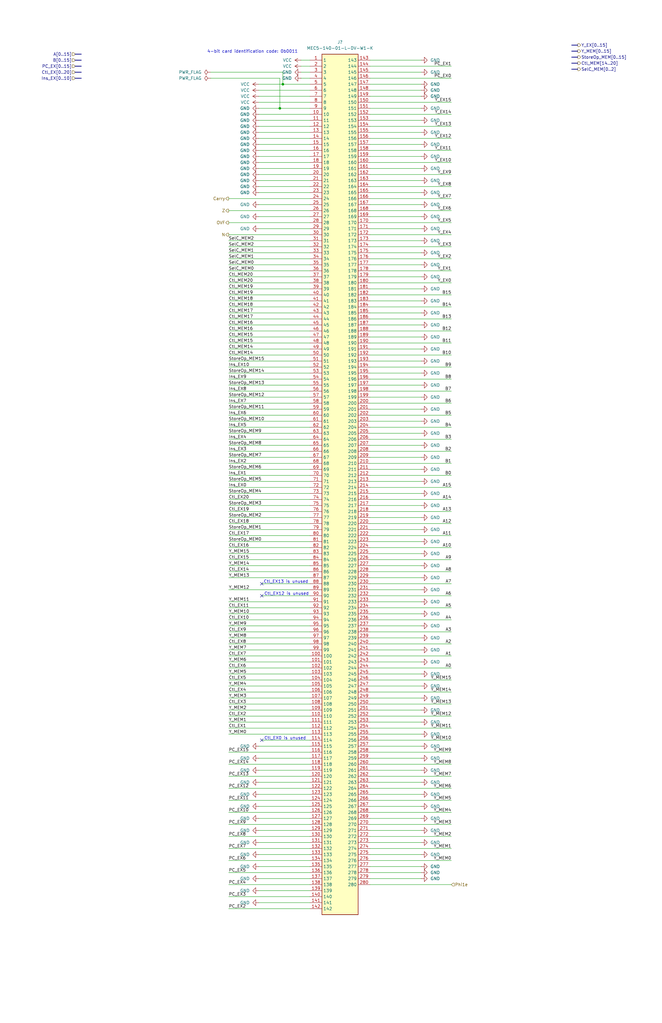
<source format=kicad_sch>
(kicad_sch (version 20250114) (generator "eeschema") (generator_version "9.0")
  (paper "USLedger" portrait)
  (title_block (date "2025-07-13") (rev "A"))
  (text "4-bit card identification code: 0b0011" (at 125.73 21.844 0) (effects (font (size 1.27 1.27)) (justify right)))
  (text "Ctl_EX13 is unused" (at 111.252 245.618 0) (effects (font (size 1.27 1.27)) (justify left)))
  (text "Ctl_EX0 is unused" (at 111.506 311.658 0) (effects (font (size 1.27 1.27)) (justify left)))
  (text "Ctl_EX12 is unused" (at 111.506 250.698 0) (effects (font (size 1.27 1.27)) (justify left)))
  (junction (at 119.38 35.56))
  (junction (at 118.11 45.72))
  (no_connect (at 110.49 312.42))
  (no_connect (at 110.49 246.38))
  (no_connect (at 110.49 251.46))
  (wire (pts (xy 88.9 33.02) (xy 118.11 33.02)))
  (wire (pts (xy 156.21 292.1) (xy 190.5 292.1)))
  (wire (pts (xy 96.52 210.82) (xy 130.81 210.82)))
  (wire (pts (xy 156.21 342.9) (xy 190.5 342.9)))
  (bus (pts (xy 31.75 30.48) (xy 34.29 30.48)))
  (wire (pts (xy 177.8 304.8) (xy 156.21 304.8)))
  (wire (pts (xy 96.52 127) (xy 130.81 127)))
  (wire (pts (xy 96.52 294.64) (xy 130.81 294.64)))
  (wire (pts (xy 96.52 99.06) (xy 130.81 99.06)))
  (wire (pts (xy 177.8 274.32) (xy 156.21 274.32)))
  (wire (pts (xy 177.8 86.36) (xy 156.21 86.36)))
  (wire (pts (xy 156.21 139.7) (xy 190.5 139.7)))
  (wire (pts (xy 177.8 152.4) (xy 156.21 152.4)))
  (bus (pts (xy 243.84 21.59) (xy 241.3 21.59)))
  (wire (pts (xy 96.52 287.02) (xy 130.81 287.02)))
  (wire (pts (xy 96.52 149.86) (xy 130.81 149.86)))
  (wire (pts (xy 190.5 261.62) (xy 156.21 261.62)))
  (wire (pts (xy 156.21 160.02) (xy 190.5 160.02)))
  (wire (pts (xy 96.52 231.14) (xy 130.81 231.14)))
  (wire (pts (xy 190.5 104.14) (xy 156.21 104.14)))
  (wire (pts (xy 177.8 147.32) (xy 156.21 147.32)))
  (wire (pts (xy 156.21 317.5) (xy 190.5 317.5)))
  (wire (pts (xy 177.8 55.88) (xy 156.21 55.88)))
  (wire (pts (xy 96.52 104.14) (xy 130.81 104.14)))
  (wire (pts (xy 96.52 83.82) (xy 130.81 83.82)))
  (wire (pts (xy 96.52 218.44) (xy 130.81 218.44)))
  (wire (pts (xy 96.52 167.64) (xy 130.81 167.64)))
  (wire (pts (xy 156.21 327.66) (xy 190.5 327.66)))
  (wire (pts (xy 96.52 203.2) (xy 130.81 203.2)))
  (wire (pts (xy 127 33.02) (xy 130.81 33.02)))
  (wire (pts (xy 177.8 66.04) (xy 156.21 66.04)))
  (wire (pts (xy 96.52 261.62) (xy 130.81 261.62)))
  (wire (pts (xy 96.52 157.48) (xy 130.81 157.48)))
  (wire (pts (xy 177.8 370.84) (xy 156.21 370.84)))
  (wire (pts (xy 177.8 254) (xy 156.21 254)))
  (wire (pts (xy 177.8 101.6) (xy 156.21 101.6)))
  (wire (pts (xy 109.22 381) (xy 130.81 381)))
  (wire (pts (xy 96.52 228.6) (xy 130.81 228.6)))
  (wire (pts (xy 177.8 71.12) (xy 156.21 71.12)))
  (wire (pts (xy 190.5 88.9) (xy 156.21 88.9)))
  (bus (pts (xy 31.75 25.4) (xy 34.29 25.4)))
  (wire (pts (xy 156.21 185.42) (xy 190.5 185.42)))
  (wire (pts (xy 96.52 254) (xy 130.81 254)))
  (wire (pts (xy 96.52 266.7) (xy 130.81 266.7)))
  (wire (pts (xy 177.8 365.76) (xy 156.21 365.76)))
  (wire (pts (xy 96.52 327.66) (xy 130.81 327.66)))
  (wire (pts (xy 96.52 299.72) (xy 130.81 299.72)))
  (wire (pts (xy 109.22 335.28) (xy 130.81 335.28)))
  (wire (pts (xy 190.5 63.5) (xy 156.21 63.5)))
  (wire (pts (xy 96.52 139.7) (xy 130.81 139.7)))
  (wire (pts (xy 156.21 363.22) (xy 190.5 363.22)))
  (wire (pts (xy 156.21 124.46) (xy 190.5 124.46)))
  (wire (pts (xy 109.22 96.52) (xy 130.81 96.52)))
  (wire (pts (xy 177.8 294.64) (xy 156.21 294.64)))
  (wire (pts (xy 156.21 175.26) (xy 190.5 175.26)))
  (wire (pts (xy 109.22 40.64) (xy 130.81 40.64)))
  (wire (pts (xy 109.22 66.04) (xy 130.81 66.04)))
  (wire (pts (xy 96.52 347.98) (xy 130.81 347.98)))
  (wire (pts (xy 156.21 307.34) (xy 190.5 307.34)))
  (wire (pts (xy 190.5 271.78) (xy 156.21 271.78)))
  (wire (pts (xy 190.5 48.26) (xy 156.21 48.26)))
  (wire (pts (xy 177.8 137.16) (xy 156.21 137.16)))
  (bus (pts (xy 243.84 24.13) (xy 241.3 24.13)))
  (wire (pts (xy 96.52 256.54) (xy 130.81 256.54)))
  (wire (pts (xy 190.5 256.54) (xy 156.21 256.54)))
  (wire (pts (xy 109.22 35.56) (xy 119.38 35.56)))
  (wire (pts (xy 109.22 370.84) (xy 130.81 370.84)))
  (wire (pts (xy 109.22 63.5) (xy 130.81 63.5)))
  (wire (pts (xy 96.52 152.4) (xy 130.81 152.4)))
  (wire (pts (xy 190.5 276.86) (xy 156.21 276.86)))
  (wire (pts (xy 96.52 297.18) (xy 130.81 297.18)))
  (wire (pts (xy 177.8 116.84) (xy 156.21 116.84)))
  (wire (pts (xy 190.5 83.82) (xy 156.21 83.82)))
  (wire (pts (xy 156.21 312.42) (xy 190.5 312.42)))
  (wire (pts (xy 109.22 314.96) (xy 130.81 314.96)))
  (wire (pts (xy 96.52 101.6) (xy 130.81 101.6)))
  (wire (pts (xy 119.38 35.56) (xy 130.81 35.56)))
  (wire (pts (xy 190.5 78.74) (xy 156.21 78.74)))
  (wire (pts (xy 96.52 233.68) (xy 130.81 233.68)))
  (wire (pts (xy 96.52 160.02) (xy 130.81 160.02)))
  (wire (pts (xy 96.52 109.22) (xy 130.81 109.22)))
  (wire (pts (xy 156.21 190.5) (xy 190.5 190.5)))
  (wire (pts (xy 156.21 297.18) (xy 190.5 297.18)))
  (wire (pts (xy 96.52 304.8) (xy 130.81 304.8)))
  (wire (pts (xy 177.8 203.2) (xy 156.21 203.2)))
  (wire (pts (xy 88.9 30.48) (xy 119.38 30.48)))
  (wire (pts (xy 190.5 373.38) (xy 156.21 373.38)))
  (wire (pts (xy 177.8 106.68) (xy 156.21 106.68)))
  (wire (pts (xy 109.22 60.96) (xy 130.81 60.96)))
  (wire (pts (xy 156.21 129.54) (xy 190.5 129.54)))
  (wire (pts (xy 177.8 30.48) (xy 156.21 30.48)))
  (wire (pts (xy 190.5 236.22) (xy 156.21 236.22)))
  (wire (pts (xy 96.52 281.94) (xy 130.81 281.94)))
  (wire (pts (xy 190.5 266.7) (xy 156.21 266.7)))
  (wire (pts (xy 109.22 45.72) (xy 118.11 45.72)))
  (wire (pts (xy 127 25.4) (xy 130.81 25.4)))
  (wire (pts (xy 177.8 314.96) (xy 156.21 314.96)))
  (wire (pts (xy 109.22 360.68) (xy 130.81 360.68)))
  (wire (pts (xy 96.52 213.36) (xy 130.81 213.36)))
  (wire (pts (xy 96.52 116.84) (xy 130.81 116.84)))
  (wire (pts (xy 96.52 276.86) (xy 130.81 276.86)))
  (wire (pts (xy 177.8 325.12) (xy 156.21 325.12)))
  (wire (pts (xy 109.22 91.44) (xy 130.81 91.44)))
  (wire (pts (xy 96.52 114.3) (xy 130.81 114.3)))
  (wire (pts (xy 177.8 157.48) (xy 156.21 157.48)))
  (wire (pts (xy 190.5 205.74) (xy 156.21 205.74)))
  (wire (pts (xy 96.52 177.8) (xy 130.81 177.8)))
  (wire (pts (xy 177.8 60.96) (xy 156.21 60.96)))
  (wire (pts (xy 96.52 264.16) (xy 130.81 264.16)))
  (wire (pts (xy 96.52 302.26) (xy 130.81 302.26)))
  (wire (pts (xy 96.52 137.16) (xy 130.81 137.16)))
  (wire (pts (xy 96.52 342.9) (xy 130.81 342.9)))
  (wire (pts (xy 96.52 238.76) (xy 130.81 238.76)))
  (wire (pts (xy 190.5 281.94) (xy 156.21 281.94)))
  (wire (pts (xy 156.21 287.02) (xy 190.5 287.02)))
  (wire (pts (xy 96.52 279.4) (xy 130.81 279.4)))
  (wire (pts (xy 177.8 218.44) (xy 156.21 218.44)))
  (wire (pts (xy 177.8 228.6) (xy 156.21 228.6)))
  (wire (pts (xy 156.21 134.62) (xy 190.5 134.62)))
  (wire (pts (xy 156.21 322.58) (xy 190.5 322.58)))
  (wire (pts (xy 109.22 43.18) (xy 130.81 43.18)))
  (wire (pts (xy 96.52 353.06) (xy 130.81 353.06)))
  (wire (pts (xy 96.52 134.62) (xy 130.81 134.62)))
  (wire (pts (xy 96.52 292.1) (xy 130.81 292.1)))
  (wire (pts (xy 190.5 231.14) (xy 156.21 231.14)))
  (wire (pts (xy 96.52 200.66) (xy 130.81 200.66)))
  (wire (pts (xy 109.22 53.34) (xy 130.81 53.34)))
  (wire (pts (xy 109.22 345.44) (xy 130.81 345.44)))
  (wire (pts (xy 96.52 309.88) (xy 130.81 309.88)))
  (wire (pts (xy 119.38 30.48) (xy 119.38 35.56)))
  (wire (pts (xy 177.8 238.76) (xy 156.21 238.76)))
  (wire (pts (xy 96.52 236.22) (xy 130.81 236.22)))
  (wire (pts (xy 177.8 299.72) (xy 156.21 299.72)))
  (wire (pts (xy 177.8 142.24) (xy 156.21 142.24)))
  (wire (pts (xy 177.8 345.44) (xy 156.21 345.44)))
  (wire (pts (xy 96.52 180.34) (xy 130.81 180.34)))
  (wire (pts (xy 190.5 114.3) (xy 156.21 114.3)))
  (wire (pts (xy 109.22 350.52) (xy 130.81 350.52)))
  (wire (pts (xy 177.8 284.48) (xy 156.21 284.48)))
  (wire (pts (xy 177.8 111.76) (xy 156.21 111.76)))
  (wire (pts (xy 109.22 340.36) (xy 130.81 340.36)))
  (wire (pts (xy 177.8 248.92) (xy 156.21 248.92)))
  (wire (pts (xy 96.52 271.78) (xy 130.81 271.78)))
  (wire (pts (xy 96.52 363.22) (xy 130.81 363.22)))
  (wire (pts (xy 177.8 233.68) (xy 156.21 233.68)))
  (wire (pts (xy 177.8 279.4) (xy 156.21 279.4)))
  (wire (pts (xy 190.5 93.98) (xy 156.21 93.98)))
  (wire (pts (xy 96.52 93.98) (xy 130.81 93.98)))
  (wire (pts (xy 177.8 320.04) (xy 156.21 320.04)))
  (wire (pts (xy 96.52 111.76) (xy 130.81 111.76)))
  (wire (pts (xy 190.5 226.06) (xy 156.21 226.06)))
  (wire (pts (xy 177.8 40.64) (xy 156.21 40.64)))
  (wire (pts (xy 127 30.48) (xy 130.81 30.48)))
  (wire (pts (xy 177.8 309.88) (xy 156.21 309.88)))
  (wire (pts (xy 96.52 208.28) (xy 130.81 208.28)))
  (wire (pts (xy 156.21 170.18) (xy 190.5 170.18)))
  (wire (pts (xy 156.21 302.26) (xy 190.5 302.26)))
  (wire (pts (xy 177.8 127) (xy 156.21 127)))
  (wire (pts (xy 177.8 121.92) (xy 156.21 121.92)))
  (wire (pts (xy 96.52 317.5) (xy 130.81 317.5)))
  (wire (pts (xy 156.21 337.82) (xy 190.5 337.82)))
  (wire (pts (xy 177.8 172.72) (xy 156.21 172.72)))
  (wire (pts (xy 96.52 226.06) (xy 130.81 226.06)))
  (wire (pts (xy 109.22 55.88) (xy 130.81 55.88)))
  (bus (pts (xy 31.75 27.94) (xy 34.29 27.94)))
  (wire (pts (xy 177.8 193.04) (xy 156.21 193.04)))
  (wire (pts (xy 156.21 144.78) (xy 190.5 144.78)))
  (wire (pts (xy 96.52 121.92) (xy 130.81 121.92)))
  (wire (pts (xy 109.22 71.12) (xy 130.81 71.12)))
  (wire (pts (xy 109.22 76.2) (xy 130.81 76.2)))
  (wire (pts (xy 190.5 246.38) (xy 156.21 246.38)))
  (wire (pts (xy 190.5 68.58) (xy 156.21 68.58)))
  (wire (pts (xy 96.52 170.18) (xy 130.81 170.18)))
  (wire (pts (xy 177.8 208.28) (xy 156.21 208.28)))
  (wire (pts (xy 190.5 73.66) (xy 156.21 73.66)))
  (wire (pts (xy 96.52 187.96) (xy 130.81 187.96)))
  (wire (pts (xy 177.8 360.68) (xy 156.21 360.68)))
  (wire (pts (xy 177.8 198.12) (xy 156.21 198.12)))
  (wire (pts (xy 110.49 251.46) (xy 130.81 251.46)))
  (wire (pts (xy 96.52 172.72) (xy 130.81 172.72)))
  (wire (pts (xy 156.21 358.14) (xy 190.5 358.14)))
  (wire (pts (xy 109.22 48.26) (xy 130.81 48.26)))
  (wire (pts (xy 177.8 132.08) (xy 156.21 132.08)))
  (wire (pts (xy 109.22 330.2) (xy 130.81 330.2)))
  (wire (pts (xy 190.5 53.34) (xy 156.21 53.34)))
  (wire (pts (xy 190.5 215.9) (xy 156.21 215.9)))
  (wire (pts (xy 96.52 383.54) (xy 130.81 383.54)))
  (wire (pts (xy 96.52 162.56) (xy 130.81 162.56)))
  (wire (pts (xy 177.8 330.2) (xy 156.21 330.2)))
  (wire (pts (xy 177.8 45.72) (xy 156.21 45.72)))
  (wire (pts (xy 177.8 264.16) (xy 156.21 264.16)))
  (wire (pts (xy 96.52 147.32) (xy 130.81 147.32)))
  (wire (pts (xy 109.22 78.74) (xy 130.81 78.74)))
  (wire (pts (xy 109.22 86.36) (xy 130.81 86.36)))
  (wire (pts (xy 96.52 195.58) (xy 130.81 195.58)))
  (bus (pts (xy 243.84 29.21) (xy 241.3 29.21)))
  (wire (pts (xy 96.52 368.3) (xy 130.81 368.3)))
  (bus (pts (xy 243.84 19.05) (xy 241.3 19.05)))
  (wire (pts (xy 177.8 177.8) (xy 156.21 177.8)))
  (wire (pts (xy 96.52 332.74) (xy 130.81 332.74)))
  (wire (pts (xy 177.8 289.56) (xy 156.21 289.56)))
  (wire (pts (xy 96.52 269.24) (xy 130.81 269.24)))
  (bus (pts (xy 31.75 33.02) (xy 34.29 33.02)))
  (wire (pts (xy 96.52 165.1) (xy 130.81 165.1)))
  (wire (pts (xy 190.5 43.18) (xy 156.21 43.18)))
  (wire (pts (xy 156.21 332.74) (xy 190.5 332.74)))
  (wire (pts (xy 177.8 162.56) (xy 156.21 162.56)))
  (wire (pts (xy 190.5 27.94) (xy 156.21 27.94)))
  (wire (pts (xy 96.52 182.88) (xy 130.81 182.88)))
  (wire (pts (xy 109.22 38.1) (xy 130.81 38.1)))
  (bus (pts (xy 31.75 22.86) (xy 34.29 22.86)))
  (wire (pts (xy 156.21 154.94) (xy 190.5 154.94)))
  (wire (pts (xy 109.22 375.92) (xy 130.81 375.92)))
  (wire (pts (xy 109.22 73.66) (xy 130.81 73.66)))
  (wire (pts (xy 109.22 365.76) (xy 130.81 365.76)))
  (wire (pts (xy 177.8 76.2) (xy 156.21 76.2)))
  (wire (pts (xy 177.8 213.36) (xy 156.21 213.36)))
  (wire (pts (xy 96.52 289.56) (xy 130.81 289.56)))
  (wire (pts (xy 110.49 312.42) (xy 130.81 312.42)))
  (wire (pts (xy 109.22 355.6) (xy 130.81 355.6)))
  (wire (pts (xy 177.8 368.3) (xy 156.21 368.3)))
  (wire (pts (xy 96.52 154.94) (xy 130.81 154.94)))
  (bus (pts (xy 243.84 26.67) (xy 241.3 26.67)))
  (wire (pts (xy 96.52 129.54) (xy 130.81 129.54)))
  (wire (pts (xy 177.8 243.84) (xy 156.21 243.84)))
  (wire (pts (xy 96.52 205.74) (xy 130.81 205.74)))
  (wire (pts (xy 96.52 198.12) (xy 130.81 198.12)))
  (wire (pts (xy 190.5 119.38) (xy 156.21 119.38)))
  (wire (pts (xy 177.8 167.64) (xy 156.21 167.64)))
  (wire (pts (xy 156.21 180.34) (xy 190.5 180.34)))
  (wire (pts (xy 109.22 58.42) (xy 130.81 58.42)))
  (wire (pts (xy 96.52 215.9) (xy 130.81 215.9)))
  (wire (pts (xy 177.8 223.52) (xy 156.21 223.52)))
  (wire (pts (xy 118.11 33.02) (xy 118.11 45.72)))
  (wire (pts (xy 96.52 132.08) (xy 130.81 132.08)))
  (wire (pts (xy 96.52 358.14) (xy 130.81 358.14)))
  (wire (pts (xy 109.22 325.12) (xy 130.81 325.12)))
  (wire (pts (xy 177.8 25.4) (xy 156.21 25.4)))
  (wire (pts (xy 96.52 373.38) (xy 130.81 373.38)))
  (wire (pts (xy 177.8 355.6) (xy 156.21 355.6)))
  (wire (pts (xy 118.11 45.72) (xy 130.81 45.72)))
  (wire (pts (xy 156.21 200.66) (xy 190.5 200.66)))
  (wire (pts (xy 96.52 142.24) (xy 130.81 142.24)))
  (wire (pts (xy 96.52 106.68) (xy 130.81 106.68)))
  (wire (pts (xy 96.52 144.78) (xy 130.81 144.78)))
  (wire (pts (xy 177.8 187.96) (xy 156.21 187.96)))
  (wire (pts (xy 96.52 241.3) (xy 130.81 241.3)))
  (wire (pts (xy 96.52 175.26) (xy 130.81 175.26)))
  (wire (pts (xy 177.8 259.08) (xy 156.21 259.08)))
  (wire (pts (xy 190.5 241.3) (xy 156.21 241.3)))
  (wire (pts (xy 96.52 337.82) (xy 130.81 337.82)))
  (wire (pts (xy 177.8 50.8) (xy 156.21 50.8)))
  (wire (pts (xy 177.8 269.24) (xy 156.21 269.24)))
  (wire (pts (xy 177.8 91.44) (xy 156.21 91.44)))
  (wire (pts (xy 190.5 33.02) (xy 156.21 33.02)))
  (wire (pts (xy 156.21 347.98) (xy 190.5 347.98)))
  (wire (pts (xy 96.52 322.58) (xy 130.81 322.58)))
  (wire (pts (xy 96.52 88.9) (xy 130.81 88.9)))
  (wire (pts (xy 127 27.94) (xy 130.81 27.94)))
  (wire (pts (xy 156.21 195.58) (xy 190.5 195.58)))
  (wire (pts (xy 190.5 220.98) (xy 156.21 220.98)))
  (wire (pts (xy 96.52 185.42) (xy 130.81 185.42)))
  (wire (pts (xy 96.52 243.84) (xy 130.81 243.84)))
  (wire (pts (xy 190.5 99.06) (xy 156.21 99.06)))
  (wire (pts (xy 156.21 165.1) (xy 190.5 165.1)))
  (wire (pts (xy 177.8 35.56) (xy 156.21 35.56)))
  (wire (pts (xy 177.8 335.28) (xy 156.21 335.28)))
  (wire (pts (xy 96.52 378.46) (xy 130.81 378.46)))
  (wire (pts (xy 190.5 58.42) (xy 156.21 58.42)))
  (wire (pts (xy 177.8 340.36) (xy 156.21 340.36)))
  (wire (pts (xy 96.52 193.04) (xy 130.81 193.04)))
  (wire (pts (xy 156.21 353.06) (xy 190.5 353.06)))
  (wire (pts (xy 96.52 220.98) (xy 130.81 220.98)))
  (wire (pts (xy 190.5 210.82) (xy 156.21 210.82)))
  (wire (pts (xy 96.52 119.38) (xy 130.81 119.38)))
  (wire (pts (xy 190.5 251.46) (xy 156.21 251.46)))
  (wire (pts (xy 96.52 284.48) (xy 130.81 284.48)))
  (wire (pts (xy 190.5 109.22) (xy 156.21 109.22)))
  (wire (pts (xy 109.22 320.04) (xy 130.81 320.04)))
  (wire (pts (xy 109.22 50.8) (xy 130.81 50.8)))
  (wire (pts (xy 96.52 307.34) (xy 130.81 307.34)))
  (wire (pts (xy 110.49 246.38) (xy 130.81 246.38)))
  (wire (pts (xy 177.8 81.28) (xy 156.21 81.28)))
  (wire (pts (xy 96.52 124.46) (xy 130.81 124.46)))
  (wire (pts (xy 177.8 96.52) (xy 156.21 96.52)))
  (wire (pts (xy 109.22 81.28) (xy 130.81 81.28)))
  (wire (pts (xy 177.8 38.1) (xy 156.21 38.1)))
  (wire (pts (xy 96.52 223.52) (xy 130.81 223.52)))
  (wire (pts (xy 96.52 248.92) (xy 130.81 248.92)))
  (wire (pts (xy 156.21 149.86) (xy 190.5 149.86)))
  (wire (pts (xy 96.52 274.32) (xy 130.81 274.32)))
  (wire (pts (xy 96.52 259.08) (xy 130.81 259.08)))
  (wire (pts (xy 177.8 350.52) (xy 156.21 350.52)))
  (wire (pts (xy 109.22 68.58) (xy 130.81 68.58)))
  (wire (pts (xy 96.52 190.5) (xy 130.81 190.5)))
  (wire (pts (xy 177.8 182.88) (xy 156.21 182.88)))
  (label "SelC_MEM0" (at 96.52 114.3 0))
  (label "Y_MEM8" (at 96.52 269.24 0))
  (label "PC_EX4" (at 96.52 373.38 0))
  (label "Ins_EX2" (at 96.52 195.58 0))
  (label "Y_EX9" (at 190.5 73.66 180))
  (label "Y_MEM10" (at 190.5 312.42 180))
  (label "Y_MEM6" (at 96.52 279.4 0))
  (label "B14" (at 190.5 129.54 180))
  (label "B10" (at 190.5 149.86 180))
  (label "PC_EX10" (at 96.52 342.9 0))
  (label "Ctl_EX15" (at 96.52 236.22 0))
  (label "Y_MEM4" (at 190.5 342.9 180))
  (label "StoreOp_MEM14" (at 96.52 157.48 0))
  (label "A11" (at 190.5 226.06 180))
  (label "Y_MEM11" (at 96.52 254 0))
  (label "SelC_MEM2" (at 96.52 101.6 0))
  (label "Y_EX0" (at 190.5 119.38 180))
  (label "StoreOp_MEM15" (at 96.52 152.4 0))
  (label "StoreOp_MEM12" (at 96.52 167.64 0))
  (label "Ctl_EX2" (at 96.52 302.26 0))
  (label "PC_EX9" (at 96.52 347.98 0))
  (label "Y_MEM3" (at 96.52 294.64 0))
  (label "PC_EX11" (at 96.52 337.82 0))
  (label "Ctl_MEM15" (at 96.52 144.78 0))
  (label "PC_EX2" (at 96.52 383.54 0))
  (label "Y_MEM15" (at 96.52 233.68 0))
  (label "StoreOp_MEM4" (at 96.52 208.28 0))
  (label "A14" (at 190.5 210.82 180))
  (label "Y_MEM7" (at 96.52 274.32 0))
  (label "StoreOp_MEM5" (at 96.52 203.2 0))
  (label "B2" (at 190.5 190.5 180))
  (label "Y_MEM1" (at 96.52 304.8 0))
  (label "Ins_EX7" (at 96.52 170.18 0))
  (label "Ins_EX8" (at 96.52 165.1 0))
  (label "A5" (at 190.5 256.54 180))
  (label "Y_MEM14" (at 96.52 238.76 0))
  (label "Ins_EX3" (at 96.52 190.5 0))
  (label "PC_EX7" (at 96.52 358.14 0))
  (label "Ctl_EX11" (at 96.52 256.54 0))
  (label "Ctl_EX6" (at 96.52 281.94 0))
  (label "A9" (at 190.5 236.22 180))
  (label "Ctl_EX5" (at 96.52 287.02 0))
  (label "Y_EX4" (at 190.5 99.06 180))
  (label "Y_MEM12" (at 96.52 248.92 0))
  (label "Ins_EX0" (at 96.52 205.74 0))
  (label "Y_EX2" (at 190.5 109.22 180))
  (label "StoreOp_MEM2" (at 96.52 218.44 0))
  (label "StoreOp_MEM3" (at 96.52 213.36 0))
  (label "PC_EX6" (at 96.52 363.22 0))
  (label "StoreOp_MEM0" (at 96.52 228.6 0))
  (label "SelC_MEM2" (at 96.52 104.14 0))
  (label "Ctl_MEM15" (at 96.52 142.24 0))
  (label "A13" (at 190.5 215.9 180))
  (label "A1" (at 190.5 276.86 180))
  (label "Y_EX12" (at 190.5 58.42 180))
  (label "B6" (at 190.5 170.18 180))
  (label "Ins_EX9" (at 96.52 160.02 0))
  (label "A8" (at 190.5 241.3 180))
  (label "Y_MEM4" (at 96.52 289.56 0))
  (label "Ctl_EX14" (at 96.52 241.3 0))
  (label "Ctl_MEM20" (at 96.52 116.84 0))
  (label "B7" (at 190.5 165.1 180))
  (label "B4" (at 190.5 180.34 180))
  (label "A15" (at 190.5 205.74 180))
  (label "Ins_EX1" (at 96.52 200.66 0))
  (label "PC_EX14" (at 96.52 322.58 0))
  (label "Y_MEM1" (at 190.5 358.14 180))
  (label "Y_MEM5" (at 190.5 337.82 180))
  (label "B5" (at 190.5 175.26 180))
  (label "Y_MEM12" (at 190.5 302.26 180))
  (label "Y_MEM13" (at 190.5 297.18 180))
  (label "Ctl_MEM17" (at 96.52 132.08 0))
  (label "PC_EX13" (at 96.52 327.66 0))
  (label "Y_EX8" (at 190.5 78.74 180))
  (label "B11" (at 190.5 144.78 180))
  (label "PC_EX1" (at 190.5 27.94 180))
  (label "Ctl_EX17" (at 96.52 226.06 0))
  (label "Ins_EX4" (at 96.52 185.42 0))
  (label "Y_MEM8" (at 190.5 322.58 180))
  (label "Ctl_MEM19" (at 96.52 121.92 0))
  (label "Y_EX7" (at 190.5 83.82 180))
  (label "Y_MEM9" (at 190.5 317.5 180))
  (label "Ctl_EX7" (at 96.52 276.86 0))
  (label "A0" (at 190.5 281.94 180))
  (label "Y_MEM2" (at 190.5 353.06 180))
  (label "PC_EX15" (at 96.52 317.5 0))
  (label "Y_MEM5" (at 96.52 284.48 0))
  (label "Ctl_EX16" (at 96.52 231.14 0))
  (label "B12" (at 190.5 139.7 180))
  (label "Ctl_MEM18" (at 96.52 127 0))
  (label "Y_EX3" (at 190.5 104.14 180))
  (label "Y_MEM3" (at 190.5 347.98 180))
  (label "Ctl_EX8" (at 96.52 271.78 0))
  (label "Y_EX11" (at 190.5 63.5 180))
  (label "StoreOp_MEM1" (at 96.52 223.52 0))
  (label "Y_MEM2" (at 96.52 299.72 0))
  (label "Y_MEM7" (at 190.5 327.66 180))
  (label "Ctl_MEM19" (at 96.52 124.46 0))
  (label "Y_EX15" (at 190.5 43.18 180))
  (label "StoreOp_MEM7" (at 96.52 193.04 0))
  (label "PC_EX5" (at 96.52 368.3 0))
  (label "Ctl_MEM14" (at 96.52 147.32 0))
  (label "Ins_EX10" (at 96.52 154.94 0))
  (label "A2" (at 190.5 271.78 180))
  (label "B8" (at 190.5 160.02 180))
  (label "B1" (at 190.5 195.58 180))
  (label "B13" (at 190.5 134.62 180))
  (label "Y_EX10" (at 190.5 68.58 180))
  (label "Ctl_EX4" (at 96.52 292.1 0))
  (label "StoreOp_MEM8" (at 96.52 187.96 0))
  (label "Ins_EX6" (at 96.52 175.26 0))
  (label "Ctl_EX3" (at 96.52 297.18 0))
  (label "A6" (at 190.5 251.46 180))
  (label "Ctl_EX18" (at 96.52 220.98 0))
  (label "Y_EX1" (at 190.5 114.3 180))
  (label "PC_EX3" (at 96.52 378.46 0))
  (label "SelC_MEM1" (at 96.52 106.68 0))
  (label "Ctl_MEM18" (at 96.52 129.54 0))
  (label "StoreOp_MEM6" (at 96.52 198.12 0))
  (label "PC_EX0" (at 190.5 33.02 180))
  (label "Y_MEM14" (at 190.5 292.1 180))
  (label "Ctl_MEM16" (at 96.52 139.7 0))
  (label "B15" (at 190.5 124.46 180))
  (label "Y_MEM9" (at 96.52 264.16 0))
  (label "Ctl_MEM16" (at 96.52 137.16 0))
  (label "Y_EX6" (at 190.5 88.9 180))
  (label "Y_MEM11" (at 190.5 307.34 180))
  (label "Y_MEM13" (at 96.52 243.84 0))
  (label "Ctl_EX20" (at 96.52 210.82 0))
  (label "Y_MEM0" (at 190.5 363.22 180))
  (label "Y_EX14" (at 190.5 48.26 180))
  (label "Ctl_MEM14" (at 96.52 149.86 0))
  (label "B9" (at 190.5 154.94 180))
  (label "StoreOp_MEM10" (at 96.52 177.8 0))
  (label "Ctl_EX10" (at 96.52 261.62 0))
  (label "SelC_MEM0" (at 96.52 111.76 0))
  (label "Ctl_EX9" (at 96.52 266.7 0))
  (label "Y_EX13" (at 190.5 53.34 180))
  (label "StoreOp_MEM9" (at 96.52 182.88 0))
  (label "Ctl_EX19" (at 96.52 215.9 0))
  (label "B0" (at 190.5 200.66 180))
  (label "PC_EX12" (at 96.52 332.74 0))
  (label "Ins_EX5" (at 96.52 180.34 0))
  (label "A4" (at 190.5 261.62 180))
  (label "SelC_MEM1" (at 96.52 109.22 0))
  (label "Y_EX5" (at 190.5 93.98 180))
  (label "Y_MEM6" (at 190.5 332.74 180))
  (label "Ctl_EX1" (at 96.52 307.34 0))
  (label "A3" (at 190.5 266.7 180))
  (label "Ctl_MEM17" (at 96.52 134.62 0))
  (label "A7" (at 190.5 246.38 180))
  (label "A12" (at 190.5 220.98 180))
  (label "B3" (at 190.5 185.42 180))
  (label "StoreOp_MEM13" (at 96.52 162.56 0))
  (label "Y_MEM0" (at 96.52 309.88 0))
  (label "StoreOp_MEM11" (at 96.52 172.72 0))
  (label "Y_MEM10" (at 96.52 259.08 0))
  (label "A10" (at 190.5 231.14 180))
  (label "Ctl_MEM20" (at 96.52 119.38 0))
  (label "PC_EX8" (at 96.52 353.06 0))
  (label "Y_MEM15" (at 190.5 287.02 180))
  (hierarchical_label "Z" (shape output) (at 96.52 88.9 180))
  (hierarchical_label "OVF" (shape output) (at 96.52 93.98 180))
  (hierarchical_label "StoreOp_MEM[0..15]" (shape output) (at 243.84 24.13 0))
  (hierarchical_label "Y_MEM[0..15]" (shape output) (at 243.84 21.59 0))
  (hierarchical_label "Carry" (shape output) (at 96.52 83.82 180))
  (hierarchical_label "N" (shape output) (at 96.52 99.06 180))
  (hierarchical_label "Y_EX[0..15]" (shape output) (at 243.84 19.05 0))
  (hierarchical_label "Ctl_MEM[14..20]" (shape output) (at 243.84 26.67 0))
  (hierarchical_label "Phi1e" (shape input) (at 190.5 373.38 0))
  (hierarchical_label "PC_EX[0..15]" (shape input) (at 31.75 27.94 180))
  (hierarchical_label "Ctl_EX[0..20]" (shape input) (at 31.75 30.48 180))
  (hierarchical_label "SelC_MEM[0..2]" (shape output) (at 243.84 29.21 0))
  (hierarchical_label "Ins_EX[0..10]" (shape input) (at 31.75 33.02 180))
  (hierarchical_label "A[0..15]" (shape input) (at 31.75 22.86 180))
  (hierarchical_label "B[0..15]" (shape input) (at 31.75 25.4 180))
  (symbol (lib_id "power:GND") (at 109.22 325.12 270) (unit 1)
    (property "Reference" "#PWR?" (effects (hide yes)))
    (property "Value" "GND" (at 105.41 325.1199 90) (effects (justify right)))
    (property "Description" "Power symbol creates a global label with name \"GND\" , ground" (effects (hide yes)))
  )
  (symbol (lib_id "power:GND") (at 177.8 142.24 90) (mirror x) (unit 1)
    (property "Reference" "#PWR?" (effects (hide yes)))
    (property "Value" "GND" (at 181.61 142.2399 90) (effects (justify right)))
    (property "Description" "Power symbol creates a global label with name \"GND\" , ground" (effects (hide yes)))
  )
  (symbol (lib_id "power:GND") (at 109.22 350.52 270) (unit 1)
    (property "Reference" "#PWR?" (effects (hide yes)))
    (property "Value" "GND" (at 105.41 350.5199 90) (effects (justify right)))
    (property "Description" "Power symbol creates a global label with name \"GND\" , ground" (effects (hide yes)))
  )
  (symbol (lib_id "power:GND") (at 177.8 360.68 90) (mirror x) (unit 1)
    (property "Reference" "#PWR?" (effects (hide yes)))
    (property "Value" "GND" (at 181.61 360.6799 90) (effects (justify right)))
    (property "Description" "Power symbol creates a global label with name \"GND\" , ground" (effects (hide yes)))
  )
  (symbol (lib_id "power:PWR_FLAG") (at 88.9 33.02 90) (unit 1)
    (property "Reference" "#FLG?" (effects (hide yes)))
    (property "Value" "PWR_FLAG" (at 85.09 33.0199 90) (effects (justify left)))
    (property "Description" "Special symbol for telling ERC where power comes from" (effects (hide yes)))
  )
  (symbol (lib_id "power:GND") (at 177.8 127 90) (mirror x) (unit 1)
    (property "Reference" "#PWR?" (effects (hide yes)))
    (property "Value" "GND" (at 181.61 126.9999 90) (effects (justify right)))
    (property "Description" "Power symbol creates a global label with name \"GND\" , ground" (effects (hide yes)))
  )
  (symbol (lib_id "power:VCC") (at 127 25.4 90) (unit 1)
    (property "Reference" "#PWR01" (effects (hide yes)))
    (property "Value" "VCC" (at 123.19 25.3999 90) (effects (justify left)))
    (property "Description" "Power symbol creates a global label with name \"VCC\"" (effects (hide yes)))
  )
  (symbol (lib_id "power:GND") (at 177.8 350.52 90) (mirror x) (unit 1)
    (property "Reference" "#PWR?" (effects (hide yes)))
    (property "Value" "GND" (at 181.61 350.5199 90) (effects (justify right)))
    (property "Description" "Power symbol creates a global label with name \"GND\" , ground" (effects (hide yes)))
  )
  (symbol (lib_id "power:VCC") (at 109.22 38.1 90) (unit 1)
    (property "Reference" "#PWR?" (effects (hide yes)))
    (property "Value" "VCC" (at 105.41 38.0999 90) (effects (justify left)))
    (property "Description" "Power symbol creates a global label with name \"VCC\"" (effects (hide yes)))
  )
  (symbol (lib_id "power:GND") (at 109.22 66.04 270) (unit 1)
    (property "Reference" "#PWR?" (effects (hide yes)))
    (property "Value" "GND" (at 105.41 66.0399 90) (effects (justify right)))
    (property "Description" "Power symbol creates a global label with name \"GND\" , ground" (effects (hide yes)))
  )
  (symbol (lib_id "power:GND") (at 109.22 330.2 270) (unit 1)
    (property "Reference" "#PWR?" (effects (hide yes)))
    (property "Value" "GND" (at 105.41 330.1999 90) (effects (justify right)))
    (property "Description" "Power symbol creates a global label with name \"GND\" , ground" (effects (hide yes)))
  )
  (symbol (lib_id "power:GND") (at 177.8 106.68 90) (mirror x) (unit 1)
    (property "Reference" "#PWR?" (effects (hide yes)))
    (property "Value" "GND" (at 181.61 106.6799 90) (effects (justify right)))
    (property "Description" "Power symbol creates a global label with name \"GND\" , ground" (effects (hide yes)))
  )
  (symbol (lib_id "power:GND") (at 177.8 345.44 90) (mirror x) (unit 1)
    (property "Reference" "#PWR?" (effects (hide yes)))
    (property "Value" "GND" (at 181.61 345.4399 90) (effects (justify right)))
    (property "Description" "Power symbol creates a global label with name \"GND\" , ground" (effects (hide yes)))
  )
  (symbol (lib_id "power:GND") (at 177.8 172.72 90) (mirror x) (unit 1)
    (property "Reference" "#PWR?" (effects (hide yes)))
    (property "Value" "GND" (at 181.61 172.7199 90) (effects (justify right)))
    (property "Description" "Power symbol creates a global label with name \"GND\" , ground" (effects (hide yes)))
  )
  (symbol (lib_id "power:GND") (at 109.22 63.5 270) (unit 1)
    (property "Reference" "#PWR?" (effects (hide yes)))
    (property "Value" "GND" (at 105.41 63.4999 90) (effects (justify right)))
    (property "Description" "Power symbol creates a global label with name \"GND\" , ground" (effects (hide yes)))
  )
  (symbol (lib_id "power:GND") (at 177.8 274.32 90) (mirror x) (unit 1)
    (property "Reference" "#PWR?" (effects (hide yes)))
    (property "Value" "GND" (at 181.61 274.3199 90) (effects (justify right)))
    (property "Description" "Power symbol creates a global label with name \"GND\" , ground" (effects (hide yes)))
  )
  (symbol (lib_id "power:GND") (at 109.22 370.84 270) (unit 1)
    (property "Reference" "#PWR?" (effects (hide yes)))
    (property "Value" "GND" (at 105.41 370.8399 90) (effects (justify right)))
    (property "Description" "Power symbol creates a global label with name \"GND\" , ground" (effects (hide yes)))
  )
  (symbol (lib_id "power:VCC") (at 109.22 35.56 90) (unit 1)
    (property "Reference" "#PWR?" (effects (hide yes)))
    (property "Value" "VCC" (at 105.41 35.5599 90) (effects (justify left)))
    (property "Description" "Power symbol creates a global label with name \"VCC\"" (effects (hide yes)))
  )
  (symbol (lib_id "power:GND") (at 177.8 96.52 90) (mirror x) (unit 1)
    (property "Reference" "#PWR?" (effects (hide yes)))
    (property "Value" "GND" (at 181.61 96.5199 90) (effects (justify right)))
    (property "Description" "Power symbol creates a global label with name \"GND\" , ground" (effects (hide yes)))
  )
  (symbol (lib_id "power:GND") (at 177.8 223.52 90) (mirror x) (unit 1)
    (property "Reference" "#PWR?" (effects (hide yes)))
    (property "Value" "GND" (at 181.61 223.5199 90) (effects (justify right)))
    (property "Description" "Power symbol creates a global label with name \"GND\" , ground" (effects (hide yes)))
  )
  (symbol (lib_id "power:GND") (at 177.8 152.4 90) (mirror x) (unit 1)
    (property "Reference" "#PWR?" (effects (hide yes)))
    (property "Value" "GND" (at 181.61 152.3999 90) (effects (justify right)))
    (property "Description" "Power symbol creates a global label with name \"GND\" , ground" (effects (hide yes)))
  )
  (symbol (lib_id "power:GND") (at 177.8 284.48 90) (mirror x) (unit 1)
    (property "Reference" "#PWR?" (effects (hide yes)))
    (property "Value" "GND" (at 181.61 284.4799 90) (effects (justify right)))
    (property "Description" "Power symbol creates a global label with name \"GND\" , ground" (effects (hide yes)))
  )
  (symbol (lib_id "power:GND") (at 109.22 73.66 270) (unit 1)
    (property "Reference" "#PWR?" (effects (hide yes)))
    (property "Value" "GND" (at 105.41 73.6599 90) (effects (justify right)))
    (property "Description" "Power symbol creates a global label with name \"GND\" , ground" (effects (hide yes)))
  )
  (symbol (lib_id "power:GND") (at 177.8 233.68 90) (mirror x) (unit 1)
    (property "Reference" "#PWR?" (effects (hide yes)))
    (property "Value" "GND" (at 181.61 233.6799 90) (effects (justify right)))
    (property "Description" "Power symbol creates a global label with name \"GND\" , ground" (effects (hide yes)))
  )
  (symbol (lib_id "power:GND") (at 177.8 243.84 90) (mirror x) (unit 1)
    (property "Reference" "#PWR?" (effects (hide yes)))
    (property "Value" "GND" (at 181.61 243.8399 90) (effects (justify right)))
    (property "Description" "Power symbol creates a global label with name \"GND\" , ground" (effects (hide yes)))
  )
  (symbol (lib_id "power:GND") (at 177.8 335.28 90) (mirror x) (unit 1)
    (property "Reference" "#PWR?" (effects (hide yes)))
    (property "Value" "GND" (at 181.61 335.2799 90) (effects (justify right)))
    (property "Description" "Power symbol creates a global label with name \"GND\" , ground" (effects (hide yes)))
  )
  (symbol (lib_id "power:GND") (at 109.22 68.58 270) (unit 1)
    (property "Reference" "#PWR?" (effects (hide yes)))
    (property "Value" "GND" (at 105.41 68.5799 90) (effects (justify right)))
    (property "Description" "Power symbol creates a global label with name \"GND\" , ground" (effects (hide yes)))
  )
  (symbol (lib_id "power:GND") (at 109.22 53.34 270) (unit 1)
    (property "Reference" "#PWR?" (effects (hide yes)))
    (property "Value" "GND" (at 105.41 53.3399 90) (effects (justify right)))
    (property "Description" "Power symbol creates a global label with name \"GND\" , ground" (effects (hide yes)))
  )
  (symbol (lib_id "power:GND") (at 177.8 279.4 90) (mirror x) (unit 1)
    (property "Reference" "#PWR?" (effects (hide yes)))
    (property "Value" "GND" (at 181.61 279.3999 90) (effects (justify right)))
    (property "Description" "Power symbol creates a global label with name \"GND\" , ground" (effects (hide yes)))
  )
  (symbol (lib_id "power:GND") (at 177.8 213.36 90) (mirror x) (unit 1)
    (property "Reference" "#PWR?" (effects (hide yes)))
    (property "Value" "GND" (at 181.61 213.3599 90) (effects (justify right)))
    (property "Description" "Power symbol creates a global label with name \"GND\" , ground" (effects (hide yes)))
  )
  (symbol (lib_id "power:GND") (at 109.22 96.52 270) (unit 1)
    (property "Reference" "#PWR?" (effects (hide yes)))
    (property "Value" "GND" (at 105.41 96.5199 90) (effects (justify right)))
    (property "Description" "Power symbol creates a global label with name \"GND\" , ground" (effects (hide yes)))
  )
  (symbol (lib_id "power:GND") (at 177.8 264.16 90) (mirror x) (unit 1)
    (property "Reference" "#PWR?" (effects (hide yes)))
    (property "Value" "GND" (at 181.61 264.1599 90) (effects (justify right)))
    (property "Description" "Power symbol creates a global label with name \"GND\" , ground" (effects (hide yes)))
  )
  (symbol (lib_id "power:GND") (at 177.8 177.8 90) (mirror x) (unit 1)
    (property "Reference" "#PWR?" (effects (hide yes)))
    (property "Value" "GND" (at 181.61 177.7999 90) (effects (justify right)))
    (property "Description" "Power symbol creates a global label with name \"GND\" , ground" (effects (hide yes)))
  )
  (symbol (lib_id "power:GND") (at 109.22 320.04 270) (unit 1)
    (property "Reference" "#PWR?" (effects (hide yes)))
    (property "Value" "GND" (at 105.41 320.0399 90) (effects (justify right)))
    (property "Description" "Power symbol creates a global label with name \"GND\" , ground" (effects (hide yes)))
  )
  (symbol (lib_id "power:GND") (at 177.8 55.88 90) (mirror x) (unit 1)
    (property "Reference" "#PWR?" (effects (hide yes)))
    (property "Value" "GND" (at 181.61 55.8799 90) (effects (justify right)))
    (property "Description" "Power symbol creates a global label with name \"GND\" , ground" (effects (hide yes)))
  )
  (symbol (lib_id "power:GND") (at 109.22 78.74 270) (unit 1)
    (property "Reference" "#PWR?" (effects (hide yes)))
    (property "Value" "GND" (at 105.41 78.7399 90) (effects (justify right)))
    (property "Description" "Power symbol creates a global label with name \"GND\" , ground" (effects (hide yes)))
  )
  (symbol (lib_id "power:GND") (at 177.8 121.92 90) (mirror x) (unit 1)
    (property "Reference" "#PWR?" (effects (hide yes)))
    (property "Value" "GND" (at 181.61 121.9199 90) (effects (justify right)))
    (property "Description" "Power symbol creates a global label with name \"GND\" , ground" (effects (hide yes)))
  )
  (symbol (lib_id "power:GND") (at 109.22 91.44 270) (unit 1)
    (property "Reference" "#PWR?" (effects (hide yes)))
    (property "Value" "GND" (at 105.41 91.4399 90) (effects (justify right)))
    (property "Description" "Power symbol creates a global label with name \"GND\" , ground" (effects (hide yes)))
  )
  (symbol (lib_id "power:GND") (at 109.22 50.8 270) (unit 1)
    (property "Reference" "#PWR?" (effects (hide yes)))
    (property "Value" "GND" (at 105.41 50.7999 90) (effects (justify right)))
    (property "Description" "Power symbol creates a global label with name \"GND\" , ground" (effects (hide yes)))
  )
  (symbol (lib_id "power:GND") (at 177.8 248.92 90) (mirror x) (unit 1)
    (property "Reference" "#PWR?" (effects (hide yes)))
    (property "Value" "GND" (at 181.61 248.9199 90) (effects (justify right)))
    (property "Description" "Power symbol creates a global label with name \"GND\" , ground" (effects (hide yes)))
  )
  (symbol (lib_id "power:GND") (at 177.8 289.56 90) (mirror x) (unit 1)
    (property "Reference" "#PWR?" (effects (hide yes)))
    (property "Value" "GND" (at 181.61 289.5599 90) (effects (justify right)))
    (property "Description" "Power symbol creates a global label with name \"GND\" , ground" (effects (hide yes)))
  )
  (symbol (lib_id "power:GND") (at 127 33.02 270) (unit 1)
    (property "Reference" "#PWR0191" (effects (hide yes)))
    (property "Value" "GND" (at 123.19 33.0199 90) (effects (justify right)))
    (property "Description" "Power symbol creates a global label with name \"GND\" , ground" (effects (hide yes)))
  )
  (symbol (lib_id "power:GND") (at 177.8 76.2 90) (mirror x) (unit 1)
    (property "Reference" "#PWR?" (effects (hide yes)))
    (property "Value" "GND" (at 181.61 76.1999 90) (effects (justify right)))
    (property "Description" "Power symbol creates a global label with name \"GND\" , ground" (effects (hide yes)))
  )
  (symbol (lib_id "power:GND") (at 177.8 162.56 90) (mirror x) (unit 1)
    (property "Reference" "#PWR?" (effects (hide yes)))
    (property "Value" "GND" (at 181.61 162.5599 90) (effects (justify right)))
    (property "Description" "Power symbol creates a global label with name \"GND\" , ground" (effects (hide yes)))
  )
  (symbol (lib_id "power:GND") (at 177.8 45.72 90) (mirror x) (unit 1)
    (property "Reference" "#PWR?" (effects (hide yes)))
    (property "Value" "GND" (at 181.61 45.7199 90) (effects (justify right)))
    (property "Description" "Power symbol creates a global label with name \"GND\" , ground" (effects (hide yes)))
  )
  (symbol (lib_id "power:GND") (at 177.8 314.96 90) (mirror x) (unit 1)
    (property "Reference" "#PWR?" (effects (hide yes)))
    (property "Value" "GND" (at 181.61 314.9599 90) (effects (justify right)))
    (property "Description" "Power symbol creates a global label with name \"GND\" , ground" (effects (hide yes)))
  )
  (symbol (lib_id "power:GND") (at 177.8 157.48 90) (mirror x) (unit 1)
    (property "Reference" "#PWR?" (effects (hide yes)))
    (property "Value" "GND" (at 181.61 157.4799 90) (effects (justify right)))
    (property "Description" "Power symbol creates a global label with name \"GND\" , ground" (effects (hide yes)))
  )
  (symbol (lib_id "power:GND") (at 177.8 91.44 90) (mirror x) (unit 1)
    (property "Reference" "#PWR?" (effects (hide yes)))
    (property "Value" "GND" (at 181.61 91.4399 90) (effects (justify right)))
    (property "Description" "Power symbol creates a global label with name \"GND\" , ground" (effects (hide yes)))
  )
  (symbol (lib_id "power:GND") (at 177.8 25.4 90) (mirror x) (unit 1)
    (property "Reference" "#PWR?" (effects (hide yes)))
    (property "Value" "GND" (at 181.61 25.3999 90) (effects (justify right)))
    (property "Description" "Power symbol creates a global label with name \"GND\" , ground" (effects (hide yes)))
  )
  (symbol (lib_id "power:VCC") (at 109.22 43.18 90) (unit 1)
    (property "Reference" "#PWR?" (effects (hide yes)))
    (property "Value" "VCC" (at 105.41 43.1799 90) (effects (justify left)))
    (property "Description" "Power symbol creates a global label with name \"VCC\"" (effects (hide yes)))
  )
  (symbol (lib_id "power:GND") (at 127 30.48 270) (unit 1)
    (property "Reference" "#PWR0190" (effects (hide yes)))
    (property "Value" "GND" (at 123.19 30.4799 90) (effects (justify right)))
    (property "Description" "Power symbol creates a global label with name \"GND\" , ground" (effects (hide yes)))
  )
  (symbol (lib_id "power:GND") (at 177.8 38.1 90) (mirror x) (unit 1)
    (property "Reference" "#PWR?" (effects (hide yes)))
    (property "Value" "GND" (at 181.61 38.0999 90) (effects (justify right)))
    (property "Description" "Power symbol creates a global label with name \"GND\" , ground" (effects (hide yes)))
  )
  (symbol (lib_id "power:GND") (at 177.8 309.88 90) (mirror x) (unit 1)
    (property "Reference" "#PWR?" (effects (hide yes)))
    (property "Value" "GND" (at 181.61 309.8799 90) (effects (justify right)))
    (property "Description" "Power symbol creates a global label with name \"GND\" , ground" (effects (hide yes)))
  )
  (symbol (lib_id "power:GND") (at 177.8 30.48 90) (mirror x) (unit 1)
    (property "Reference" "#PWR?" (effects (hide yes)))
    (property "Value" "GND" (at 181.61 30.4799 90) (effects (justify right)))
    (property "Description" "Power symbol creates a global label with name \"GND\" , ground" (effects (hide yes)))
  )
  (symbol (lib_id "power:GND") (at 177.8 365.76 90) (mirror x) (unit 1)
    (property "Reference" "#PWR?" (effects (hide yes)))
    (property "Value" "GND" (at 181.61 365.7599 90) (effects (justify right)))
    (property "Description" "Power symbol creates a global label with name \"GND\" , ground" (effects (hide yes)))
  )
  (symbol (lib_id "power:GND") (at 109.22 86.36 270) (unit 1)
    (property "Reference" "#PWR?" (effects (hide yes)))
    (property "Value" "GND" (at 105.41 86.3599 90) (effects (justify right)))
    (property "Description" "Power symbol creates a global label with name \"GND\" , ground" (effects (hide yes)))
  )
  (symbol (lib_id "power:GND") (at 109.22 345.44 270) (unit 1)
    (property "Reference" "#PWR?" (effects (hide yes)))
    (property "Value" "GND" (at 105.41 345.4399 90) (effects (justify right)))
    (property "Description" "Power symbol creates a global label with name \"GND\" , ground" (effects (hide yes)))
  )
  (symbol (lib_id "power:GND") (at 109.22 55.88 270) (unit 1)
    (property "Reference" "#PWR?" (effects (hide yes)))
    (property "Value" "GND" (at 105.41 55.8799 90) (effects (justify right)))
    (property "Description" "Power symbol creates a global label with name \"GND\" , ground" (effects (hide yes)))
  )
  (symbol (lib_id "power:GND") (at 109.22 340.36 270) (unit 1)
    (property "Reference" "#PWR?" (effects (hide yes)))
    (property "Value" "GND" (at 105.41 340.3599 90) (effects (justify right)))
    (property "Description" "Power symbol creates a global label with name \"GND\" , ground" (effects (hide yes)))
  )
  (symbol (lib_id "power:GND") (at 177.8 193.04 90) (mirror x) (unit 1)
    (property "Reference" "#PWR?" (effects (hide yes)))
    (property "Value" "GND" (at 181.61 193.0399 90) (effects (justify right)))
    (property "Description" "Power symbol creates a global label with name \"GND\" , ground" (effects (hide yes)))
  )
  (symbol (lib_id "power:GND") (at 177.8 325.12 90) (mirror x) (unit 1)
    (property "Reference" "#PWR?" (effects (hide yes)))
    (property "Value" "GND" (at 181.61 325.1199 90) (effects (justify right)))
    (property "Description" "Power symbol creates a global label with name \"GND\" , ground" (effects (hide yes)))
  )
  (symbol (lib_id "power:GND") (at 177.8 101.6 90) (mirror x) (unit 1)
    (property "Reference" "#PWR?" (effects (hide yes)))
    (property "Value" "GND" (at 181.61 101.5999 90) (effects (justify right)))
    (property "Description" "Power symbol creates a global label with name \"GND\" , ground" (effects (hide yes)))
  )
  (symbol (lib_id "power:GND") (at 109.22 71.12 270) (unit 1)
    (property "Reference" "#PWR?" (effects (hide yes)))
    (property "Value" "GND" (at 105.41 71.1199 90) (effects (justify right)))
    (property "Description" "Power symbol creates a global label with name \"GND\" , ground" (effects (hide yes)))
  )
  (symbol (lib_id "power:GND") (at 177.8 81.28 90) (mirror x) (unit 1)
    (property "Reference" "#PWR?" (effects (hide yes)))
    (property "Value" "GND" (at 181.61 81.2799 90) (effects (justify right)))
    (property "Description" "Power symbol creates a global label with name \"GND\" , ground" (effects (hide yes)))
  )
  (symbol (lib_id "power:GND") (at 177.8 340.36 90) (mirror x) (unit 1)
    (property "Reference" "#PWR?" (effects (hide yes)))
    (property "Value" "GND" (at 181.61 340.3599 90) (effects (justify right)))
    (property "Description" "Power symbol creates a global label with name \"GND\" , ground" (effects (hide yes)))
  )
  (symbol (lib_id "power:GND") (at 177.8 187.96 90) (mirror x) (unit 1)
    (property "Reference" "#PWR?" (effects (hide yes)))
    (property "Value" "GND" (at 181.61 187.9599 90) (effects (justify right)))
    (property "Description" "Power symbol creates a global label with name \"GND\" , ground" (effects (hide yes)))
  )
  (symbol (lib_id "power:GND") (at 109.22 48.26 270) (unit 1)
    (property "Reference" "#PWR?" (effects (hide yes)))
    (property "Value" "GND" (at 105.41 48.2599 90) (effects (justify right)))
    (property "Description" "Power symbol creates a global label with name \"GND\" , ground" (effects (hide yes)))
  )
  (symbol (lib_id "power:GND") (at 177.8 50.8 90) (mirror x) (unit 1)
    (property "Reference" "#PWR?" (effects (hide yes)))
    (property "Value" "GND" (at 181.61 50.7999 90) (effects (justify right)))
    (property "Description" "Power symbol creates a global label with name \"GND\" , ground" (effects (hide yes)))
  )
  (symbol (lib_id "power:GND") (at 177.8 203.2 90) (mirror x) (unit 1)
    (property "Reference" "#PWR?" (effects (hide yes)))
    (property "Value" "GND" (at 181.61 203.1999 90) (effects (justify right)))
    (property "Description" "Power symbol creates a global label with name \"GND\" , ground" (effects (hide yes)))
  )
  (symbol (lib_id "power:GND") (at 177.8 368.3 90) (mirror x) (unit 1)
    (property "Reference" "#PWR?" (effects (hide yes)))
    (property "Value" "GND" (at 181.61 368.2999 90) (effects (justify right)))
    (property "Description" "Power symbol creates a global label with name \"GND\" , ground" (effects (hide yes)))
  )
  (symbol (lib_id "power:GND") (at 177.8 66.04 90) (mirror x) (unit 1)
    (property "Reference" "#PWR?" (effects (hide yes)))
    (property "Value" "GND" (at 181.61 66.0399 90) (effects (justify right)))
    (property "Description" "Power symbol creates a global label with name \"GND\" , ground" (effects (hide yes)))
  )
  (symbol (lib_id "power:GND") (at 109.22 314.96 270) (unit 1)
    (property "Reference" "#PWR?" (effects (hide yes)))
    (property "Value" "GND" (at 105.41 314.9599 90) (effects (justify right)))
    (property "Description" "Power symbol creates a global label with name \"GND\" , ground" (effects (hide yes)))
  )
  (symbol (lib_id "power:GND") (at 177.8 238.76 90) (mirror x) (unit 1)
    (property "Reference" "#PWR?" (effects (hide yes)))
    (property "Value" "GND" (at 181.61 238.7599 90) (effects (justify right)))
    (property "Description" "Power symbol creates a global label with name \"GND\" , ground" (effects (hide yes)))
  )
  (symbol (lib_id "power:GND") (at 177.8 71.12 90) (mirror x) (unit 1)
    (property "Reference" "#PWR?" (effects (hide yes)))
    (property "Value" "GND" (at 181.61 71.1199 90) (effects (justify right)))
    (property "Description" "Power symbol creates a global label with name \"GND\" , ground" (effects (hide yes)))
  )
  (symbol (lib_id "power:VCC") (at 127 27.94 90) (unit 1)
    (property "Reference" "#PWR0193" (effects (hide yes)))
    (property "Value" "VCC" (at 123.19 27.9399 90) (effects (justify left)))
    (property "Description" "Power symbol creates a global label with name \"VCC\"" (effects (hide yes)))
  )
  (symbol (lib_id "power:GND") (at 109.22 45.72 270) (unit 1)
    (property "Reference" "#PWR?" (effects (hide yes)))
    (property "Value" "GND" (at 105.41 45.7199 90) (effects (justify right)))
    (property "Description" "Power symbol creates a global label with name \"GND\" , ground" (effects (hide yes)))
  )
  (symbol (lib_id "power:GND") (at 177.8 116.84 90) (mirror x) (unit 1)
    (property "Reference" "#PWR?" (effects (hide yes)))
    (property "Value" "GND" (at 181.61 116.8399 90) (effects (justify right)))
    (property "Description" "Power symbol creates a global label with name \"GND\" , ground" (effects (hide yes)))
  )
  (symbol (lib_id "power:GND") (at 177.8 35.56 90) (mirror x) (unit 1)
    (property "Reference" "#PWR?" (effects (hide yes)))
    (property "Value" "GND" (at 181.61 35.5599 90) (effects (justify right)))
    (property "Description" "Power symbol creates a global label with name \"GND\" , ground" (effects (hide yes)))
  )
  (symbol (lib_id "power:GND") (at 177.8 40.64 90) (mirror x) (unit 1)
    (property "Reference" "#PWR?" (effects (hide yes)))
    (property "Value" "GND" (at 181.61 40.6399 90) (effects (justify right)))
    (property "Description" "Power symbol creates a global label with name \"GND\" , ground" (effects (hide yes)))
  )
  (symbol (lib_id "power:GND") (at 177.8 259.08 90) (mirror x) (unit 1)
    (property "Reference" "#PWR?" (effects (hide yes)))
    (property "Value" "GND" (at 181.61 259.0799 90) (effects (justify right)))
    (property "Description" "Power symbol creates a global label with name \"GND\" , ground" (effects (hide yes)))
  )
  (symbol (lib_id "power:GND") (at 109.22 360.68 270) (unit 1)
    (property "Reference" "#PWR?" (effects (hide yes)))
    (property "Value" "GND" (at 105.41 360.6799 90) (effects (justify right)))
    (property "Description" "Power symbol creates a global label with name \"GND\" , ground" (effects (hide yes)))
  )
  (symbol (lib_id "power:VCC") (at 109.22 40.64 90) (unit 1)
    (property "Reference" "#PWR?" (effects (hide yes)))
    (property "Value" "VCC" (at 105.41 40.6399 90) (effects (justify left)))
    (property "Description" "Power symbol creates a global label with name \"VCC\"" (effects (hide yes)))
  )
  (symbol (lib_id "power:PWR_FLAG") (at 88.9 30.48 90) (unit 1)
    (property "Reference" "#FLG?" (effects (hide yes)))
    (property "Value" "PWR_FLAG" (at 85.09 30.4799 90) (effects (justify left)))
    (property "Description" "Special symbol for telling ERC where power comes from" (effects (hide yes)))
  )
  (symbol (lib_id "power:GND") (at 177.8 218.44 90) (mirror x) (unit 1)
    (property "Reference" "#PWR?" (effects (hide yes)))
    (property "Value" "GND" (at 181.61 218.4399 90) (effects (justify right)))
    (property "Description" "Power symbol creates a global label with name \"GND\" , ground" (effects (hide yes)))
  )
  (symbol (lib_id "power:GND") (at 109.22 375.92 270) (unit 1)
    (property "Reference" "#PWR?" (effects (hide yes)))
    (property "Value" "GND" (at 105.41 375.9199 90) (effects (justify right)))
    (property "Description" "Power symbol creates a global label with name \"GND\" , ground" (effects (hide yes)))
  )
  (symbol (lib_id "power:GND") (at 177.8 167.64 90) (mirror x) (unit 1)
    (property "Reference" "#PWR?" (effects (hide yes)))
    (property "Value" "GND" (at 181.61 167.6399 90) (effects (justify right)))
    (property "Description" "Power symbol creates a global label with name \"GND\" , ground" (effects (hide yes)))
  )
  (symbol (lib_id "power:GND") (at 109.22 335.28 270) (unit 1)
    (property "Reference" "#PWR?" (effects (hide yes)))
    (property "Value" "GND" (at 105.41 335.2799 90) (effects (justify right)))
    (property "Description" "Power symbol creates a global label with name \"GND\" , ground" (effects (hide yes)))
  )
  (symbol (lib_id "power:GND") (at 109.22 76.2 270) (unit 1)
    (property "Reference" "#PWR?" (effects (hide yes)))
    (property "Value" "GND" (at 105.41 76.1999 90) (effects (justify right)))
    (property "Description" "Power symbol creates a global label with name \"GND\" , ground" (effects (hide yes)))
  )
  (symbol (lib_id "power:GND") (at 177.8 60.96 90) (mirror x) (unit 1)
    (property "Reference" "#PWR?" (effects (hide yes)))
    (property "Value" "GND" (at 181.61 60.9599 90) (effects (justify right)))
    (property "Description" "Power symbol creates a global label with name \"GND\" , ground" (effects (hide yes)))
  )
  (symbol (lib_id "power:GND") (at 177.8 370.84 90) (mirror x) (unit 1)
    (property "Reference" "#PWR?" (effects (hide yes)))
    (property "Value" "GND" (at 181.61 370.8399 90) (effects (justify right)))
    (property "Description" "Power symbol creates a global label with name \"GND\" , ground" (effects (hide yes)))
  )
  (symbol (lib_id "power:GND") (at 177.8 330.2 90) (mirror x) (unit 1)
    (property "Reference" "#PWR?" (effects (hide yes)))
    (property "Value" "GND" (at 181.61 330.1999 90) (effects (justify right)))
    (property "Description" "Power symbol creates a global label with name \"GND\" , ground" (effects (hide yes)))
  )
  (symbol (lib_id "power:GND") (at 177.8 269.24 90) (mirror x) (unit 1)
    (property "Reference" "#PWR?" (effects (hide yes)))
    (property "Value" "GND" (at 181.61 269.2399 90) (effects (justify right)))
    (property "Description" "Power symbol creates a global label with name \"GND\" , ground" (effects (hide yes)))
  )
  (symbol (lib_id "power:GND") (at 177.8 132.08 90) (mirror x) (unit 1)
    (property "Reference" "#PWR?" (effects (hide yes)))
    (property "Value" "GND" (at 181.61 132.0799 90) (effects (justify right)))
    (property "Description" "Power symbol creates a global label with name \"GND\" , ground" (effects (hide yes)))
  )
  (symbol (lib_id "power:GND") (at 109.22 58.42 270) (unit 1)
    (property "Reference" "#PWR?" (effects (hide yes)))
    (property "Value" "GND" (at 105.41 58.4199 90) (effects (justify right)))
    (property "Description" "Power symbol creates a global label with name \"GND\" , ground" (effects (hide yes)))
  )
  (symbol (lib_id "power:GND") (at 177.8 208.28 90) (mirror x) (unit 1)
    (property "Reference" "#PWR?" (effects (hide yes)))
    (property "Value" "GND" (at 181.61 208.2799 90) (effects (justify right)))
    (property "Description" "Power symbol creates a global label with name \"GND\" , ground" (effects (hide yes)))
  )
  (symbol (lib_id "power:GND") (at 177.8 304.8 90) (mirror x) (unit 1)
    (property "Reference" "#PWR?" (effects (hide yes)))
    (property "Value" "GND" (at 181.61 304.7999 90) (effects (justify right)))
    (property "Description" "Power symbol creates a global label with name \"GND\" , ground" (effects (hide yes)))
  )
  (symbol (lib_id "power:GND") (at 177.8 86.36 90) (mirror x) (unit 1)
    (property "Reference" "#PWR?" (effects (hide yes)))
    (property "Value" "GND" (at 181.61 86.3599 90) (effects (justify right)))
    (property "Description" "Power symbol creates a global label with name \"GND\" , ground" (effects (hide yes)))
  )
  (symbol (lib_id "Turtle16:MEC5-140-01-L-DV-W1-K_Edge") (at 130.81 25.4 0) (unit 1)
    (property "Reference" "J?" (at 143.51 17.78 0))
    (property "Value" "MEC5-140-01-L-DV-W1-K" (at 143.51 20.32 0))
    (property "Footprint" "Turtle16:MEC5-140-01-L-DV-W1-K_Edge" (effects (hide yes)))
    (property "Datasheet" "https://suddendocs.samtec.com/prints/mec5-xxx-xx-x-dv-xx-k-xx-mkt.pdf" (effects (hide yes)))
    (property "Description" "Standard Card Edge Connectors MEC5-DV vert conn 140 pos per row" (effects (hide yes)))
    (property "Height" "10.35" (effects (hide yes)))
    (property "Mouser Part Number" "200-MEC514001LDVW1K" (effects (hide yes)))
    (property "Mouser Price/Stock" "https://www.mouser.co.uk/ProductDetail/Samtec/MEC5-140-01-L-DV-W1-K?qs=XeJtXLiO41SNck3klUeiMQ%3D%3D" (effects (hide yes)))
    (property "Manufacturer_Name" "SAMTEC" (effects (hide yes)))
    (property "Manufacturer_Part_Number" "MEC5-140-01-L-DV-W1-K" (effects (hide yes)))
  )
  (symbol (lib_id "power:GND") (at 109.22 81.28 270) (unit 1)
    (property "Reference" "#PWR?" (effects (hide yes)))
    (property "Value" "GND" (at 105.41 81.2799 90) (effects (justify right)))
    (property "Description" "Power symbol creates a global label with name \"GND\" , ground" (effects (hide yes)))
  )
  (symbol (lib_id "power:GND") (at 177.8 198.12 90) (mirror x) (unit 1)
    (property "Reference" "#PWR?" (effects (hide yes)))
    (property "Value" "GND" (at 181.61 198.1199 90) (effects (justify right)))
    (property "Description" "Power symbol creates a global label with name \"GND\" , ground" (effects (hide yes)))
  )
  (symbol (lib_id "power:GND") (at 177.8 228.6 90) (mirror x) (unit 1)
    (property "Reference" "#PWR?" (effects (hide yes)))
    (property "Value" "GND" (at 181.61 228.5999 90) (effects (justify right)))
    (property "Description" "Power symbol creates a global label with name \"GND\" , ground" (effects (hide yes)))
  )
  (symbol (lib_id "power:GND") (at 109.22 60.96 270) (unit 1)
    (property "Reference" "#PWR?" (effects (hide yes)))
    (property "Value" "GND" (at 105.41 60.9599 90) (effects (justify right)))
    (property "Description" "Power symbol creates a global label with name \"GND\" , ground" (effects (hide yes)))
  )
  (symbol (lib_id "power:GND") (at 109.22 365.76 270) (unit 1)
    (property "Reference" "#PWR?" (effects (hide yes)))
    (property "Value" "GND" (at 105.41 365.7599 90) (effects (justify right)))
    (property "Description" "Power symbol creates a global label with name \"GND\" , ground" (effects (hide yes)))
  )
  (symbol (lib_id "power:GND") (at 177.8 320.04 90) (mirror x) (unit 1)
    (property "Reference" "#PWR?" (effects (hide yes)))
    (property "Value" "GND" (at 181.61 320.0399 90) (effects (justify right)))
    (property "Description" "Power symbol creates a global label with name \"GND\" , ground" (effects (hide yes)))
  )
  (symbol (lib_id "power:GND") (at 177.8 299.72 90) (mirror x) (unit 1)
    (property "Reference" "#PWR?" (effects (hide yes)))
    (property "Value" "GND" (at 181.61 299.7199 90) (effects (justify right)))
    (property "Description" "Power symbol creates a global label with name \"GND\" , ground" (effects (hide yes)))
  )
  (symbol (lib_id "power:GND") (at 109.22 355.6 270) (unit 1)
    (property "Reference" "#PWR?" (effects (hide yes)))
    (property "Value" "GND" (at 105.41 355.5999 90) (effects (justify right)))
    (property "Description" "Power symbol creates a global label with name \"GND\" , ground" (effects (hide yes)))
  )
  (symbol (lib_id "power:GND") (at 177.8 137.16 90) (mirror x) (unit 1)
    (property "Reference" "#PWR?" (effects (hide yes)))
    (property "Value" "GND" (at 181.61 137.1599 90) (effects (justify right)))
    (property "Description" "Power symbol creates a global label with name \"GND\" , ground" (effects (hide yes)))
  )
  (symbol (lib_id "power:GND") (at 177.8 355.6 90) (mirror x) (unit 1)
    (property "Reference" "#PWR?" (effects (hide yes)))
    (property "Value" "GND" (at 181.61 355.5999 90) (effects (justify right)))
    (property "Description" "Power symbol creates a global label with name \"GND\" , ground" (effects (hide yes)))
  )
  (symbol (lib_id "power:GND") (at 177.8 294.64 90) (mirror x) (unit 1)
    (property "Reference" "#PWR?" (effects (hide yes)))
    (property "Value" "GND" (at 181.61 294.6399 90) (effects (justify right)))
    (property "Description" "Power symbol creates a global label with name \"GND\" , ground" (effects (hide yes)))
  )
  (symbol (lib_id "power:GND") (at 177.8 182.88 90) (mirror x) (unit 1)
    (property "Reference" "#PWR?" (effects (hide yes)))
    (property "Value" "GND" (at 181.61 182.8799 90) (effects (justify right)))
    (property "Description" "Power symbol creates a global label with name \"GND\" , ground" (effects (hide yes)))
  )
  (symbol (lib_id "power:GND") (at 177.8 254 90) (mirror x) (unit 1)
    (property "Reference" "#PWR?" (effects (hide yes)))
    (property "Value" "GND" (at 181.61 253.9999 90) (effects (justify right)))
    (property "Description" "Power symbol creates a global label with name \"GND\" , ground" (effects (hide yes)))
  )
  (symbol (lib_id "power:GND") (at 177.8 111.76 90) (mirror x) (unit 1)
    (property "Reference" "#PWR?" (effects (hide yes)))
    (property "Value" "GND" (at 181.61 111.7599 90) (effects (justify right)))
    (property "Description" "Power symbol creates a global label with name \"GND\" , ground" (effects (hide yes)))
  )
  (symbol (lib_id "power:GND") (at 109.22 381 270) (unit 1)
    (property "Reference" "#PWR?" (effects (hide yes)))
    (property "Value" "GND" (at 105.41 380.9999 90) (effects (justify right)))
    (property "Description" "Power symbol creates a global label with name \"GND\" , ground" (effects (hide yes)))
  )
  (symbol (lib_id "power:GND") (at 177.8 147.32 90) (mirror x) (unit 1)
    (property "Reference" "#PWR?" (effects (hide yes)))
    (property "Value" "GND" (at 181.61 147.3199 90) (effects (justify right)))
    (property "Description" "Power symbol creates a global label with name \"GND\" , ground" (effects (hide yes)))
  )
)
</source>
